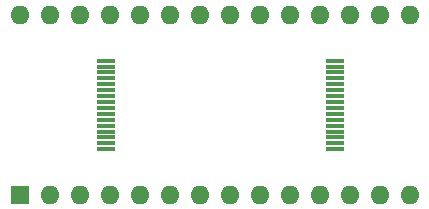
<source format=gbr>
%TF.GenerationSoftware,KiCad,Pcbnew,9.0.6*%
%TF.CreationDate,2026-01-11T12:01:31+09:00*%
%TF.ProjectId,EEPtoMASK_ROM1Mbit,45455074-6f4d-4415-934b-5f524f4d314d,rev?*%
%TF.SameCoordinates,Original*%
%TF.FileFunction,Soldermask,Top*%
%TF.FilePolarity,Negative*%
%FSLAX46Y46*%
G04 Gerber Fmt 4.6, Leading zero omitted, Abs format (unit mm)*
G04 Created by KiCad (PCBNEW 9.0.6) date 2026-01-11 12:01:31*
%MOMM*%
%LPD*%
G01*
G04 APERTURE LIST*
G04 Aperture macros list*
%AMRoundRect*
0 Rectangle with rounded corners*
0 $1 Rounding radius*
0 $2 $3 $4 $5 $6 $7 $8 $9 X,Y pos of 4 corners*
0 Add a 4 corners polygon primitive as box body*
4,1,4,$2,$3,$4,$5,$6,$7,$8,$9,$2,$3,0*
0 Add four circle primitives for the rounded corners*
1,1,$1+$1,$2,$3*
1,1,$1+$1,$4,$5*
1,1,$1+$1,$6,$7*
1,1,$1+$1,$8,$9*
0 Add four rect primitives between the rounded corners*
20,1,$1+$1,$2,$3,$4,$5,0*
20,1,$1+$1,$4,$5,$6,$7,0*
20,1,$1+$1,$6,$7,$8,$9,0*
20,1,$1+$1,$8,$9,$2,$3,0*%
G04 Aperture macros list end*
%ADD10R,1.600000X1.600000*%
%ADD11O,1.600000X1.600000*%
%ADD12RoundRect,0.075000X-0.712500X-0.075000X0.712500X-0.075000X0.712500X0.075000X-0.712500X0.075000X0*%
G04 APERTURE END LIST*
D10*
%TO.C,J1*%
X41910000Y-36830000D03*
D11*
X44450000Y-36830000D03*
X46990000Y-36830000D03*
X49530000Y-36830000D03*
X52070000Y-36830000D03*
X54610000Y-36830000D03*
X57150000Y-36830000D03*
X59690000Y-36830000D03*
X62230000Y-36830000D03*
X64770000Y-36830000D03*
X67310000Y-36830000D03*
X69850000Y-36830000D03*
X72390000Y-36830000D03*
X74930000Y-36830000D03*
X74930000Y-21590000D03*
X72390000Y-21590000D03*
X69850000Y-21590000D03*
X67310000Y-21590000D03*
X64770000Y-21590000D03*
X62230000Y-21590000D03*
X59690000Y-21590000D03*
X57150000Y-21590000D03*
X54610000Y-21590000D03*
X52070000Y-21590000D03*
X49530000Y-21590000D03*
X46990000Y-21590000D03*
X44450000Y-21590000D03*
X41910000Y-21590000D03*
%TD*%
D12*
%TO.C,U1*%
X49225000Y-25490000D03*
X49225000Y-25990000D03*
X49225000Y-26490000D03*
X49225000Y-26990000D03*
X49225000Y-27490000D03*
X49225000Y-27990000D03*
X49225000Y-28490000D03*
X49225000Y-28990000D03*
X49225000Y-29490000D03*
X49225000Y-29990000D03*
X49225000Y-30490000D03*
X49225000Y-30990000D03*
X49225000Y-31490000D03*
X49225000Y-31990000D03*
X49225000Y-32490000D03*
X49225000Y-32990000D03*
X68600000Y-32990000D03*
X68600000Y-32490000D03*
X68600000Y-31990000D03*
X68600000Y-31490000D03*
X68600000Y-30990000D03*
X68600000Y-30490000D03*
X68600000Y-29990000D03*
X68600000Y-29490000D03*
X68600000Y-28990000D03*
X68600000Y-28490000D03*
X68600000Y-27990000D03*
X68600000Y-27490000D03*
X68600000Y-26990000D03*
X68600000Y-26490000D03*
X68600000Y-25990000D03*
X68600000Y-25490000D03*
%TD*%
M02*

</source>
